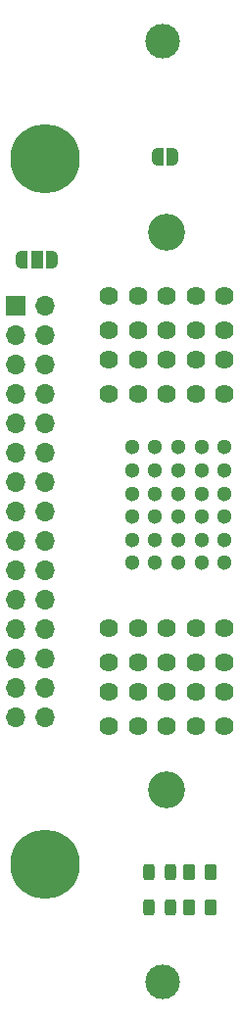
<source format=gbr>
%TF.GenerationSoftware,KiCad,Pcbnew,7.0.9-7.0.9~ubuntu23.04.1*%
%TF.CreationDate,2023-11-27T22:12:47+00:00*%
%TF.ProjectId,BATDATSOCKET01,42415444-4154-4534-9f43-4b455430312e,rev?*%
%TF.SameCoordinates,Original*%
%TF.FileFunction,Soldermask,Top*%
%TF.FilePolarity,Negative*%
%FSLAX46Y46*%
G04 Gerber Fmt 4.6, Leading zero omitted, Abs format (unit mm)*
G04 Created by KiCad (PCBNEW 7.0.9-7.0.9~ubuntu23.04.1) date 2023-11-27 22:12:47*
%MOMM*%
%LPD*%
G01*
G04 APERTURE LIST*
G04 Aperture macros list*
%AMRoundRect*
0 Rectangle with rounded corners*
0 $1 Rounding radius*
0 $2 $3 $4 $5 $6 $7 $8 $9 X,Y pos of 4 corners*
0 Add a 4 corners polygon primitive as box body*
4,1,4,$2,$3,$4,$5,$6,$7,$8,$9,$2,$3,0*
0 Add four circle primitives for the rounded corners*
1,1,$1+$1,$2,$3*
1,1,$1+$1,$4,$5*
1,1,$1+$1,$6,$7*
1,1,$1+$1,$8,$9*
0 Add four rect primitives between the rounded corners*
20,1,$1+$1,$2,$3,$4,$5,0*
20,1,$1+$1,$4,$5,$6,$7,0*
20,1,$1+$1,$6,$7,$8,$9,0*
20,1,$1+$1,$8,$9,$2,$3,0*%
%AMFreePoly0*
4,1,19,0.500000,-0.750000,0.000000,-0.750000,0.000000,-0.744911,-0.071157,-0.744911,-0.207708,-0.704816,-0.327430,-0.627875,-0.420627,-0.520320,-0.479746,-0.390866,-0.500000,-0.250000,-0.500000,0.250000,-0.479746,0.390866,-0.420627,0.520320,-0.327430,0.627875,-0.207708,0.704816,-0.071157,0.744911,0.000000,0.744911,0.000000,0.750000,0.500000,0.750000,0.500000,-0.750000,0.500000,-0.750000,
$1*%
%AMFreePoly1*
4,1,19,0.000000,0.744911,0.071157,0.744911,0.207708,0.704816,0.327430,0.627875,0.420627,0.520320,0.479746,0.390866,0.500000,0.250000,0.500000,-0.250000,0.479746,-0.390866,0.420627,-0.520320,0.327430,-0.627875,0.207708,-0.704816,0.071157,-0.744911,0.000000,-0.744911,0.000000,-0.750000,-0.500000,-0.750000,-0.500000,0.750000,0.000000,0.750000,0.000000,0.744911,0.000000,0.744911,
$1*%
%AMFreePoly2*
4,1,19,0.550000,-0.750000,0.000000,-0.750000,0.000000,-0.744911,-0.071157,-0.744911,-0.207708,-0.704816,-0.327430,-0.627875,-0.420627,-0.520320,-0.479746,-0.390866,-0.500000,-0.250000,-0.500000,0.250000,-0.479746,0.390866,-0.420627,0.520320,-0.327430,0.627875,-0.207708,0.704816,-0.071157,0.744911,0.000000,0.744911,0.000000,0.750000,0.550000,0.750000,0.550000,-0.750000,0.550000,-0.750000,
$1*%
%AMFreePoly3*
4,1,19,0.000000,0.744911,0.071157,0.744911,0.207708,0.704816,0.327430,0.627875,0.420627,0.520320,0.479746,0.390866,0.500000,0.250000,0.500000,-0.250000,0.479746,-0.390866,0.420627,-0.520320,0.327430,-0.627875,0.207708,-0.704816,0.071157,-0.744911,0.000000,-0.744911,0.000000,-0.750000,-0.550000,-0.750000,-0.550000,0.750000,0.000000,0.750000,0.000000,0.744911,0.000000,0.744911,
$1*%
G04 Aperture macros list end*
%ADD10FreePoly0,0.000000*%
%ADD11FreePoly1,0.000000*%
%ADD12C,3.000000*%
%ADD13C,3.200000*%
%ADD14C,1.300000*%
%ADD15C,1.620000*%
%ADD16RoundRect,0.250000X0.262500X0.450000X-0.262500X0.450000X-0.262500X-0.450000X0.262500X-0.450000X0*%
%ADD17C,6.000000*%
%ADD18FreePoly2,0.000000*%
%ADD19R,1.000000X1.500000*%
%ADD20FreePoly3,0.000000*%
%ADD21RoundRect,0.243750X-0.243750X-0.456250X0.243750X-0.456250X0.243750X0.456250X-0.243750X0.456250X0*%
%ADD22R,1.700000X1.700000*%
%ADD23O,1.700000X1.700000*%
G04 APERTURE END LIST*
D10*
%TO.C,JP2*%
X-10114000Y73555000D03*
D11*
X-8814000Y73555000D03*
%TD*%
D12*
%TO.C,H2*%
X-9660000Y83527500D03*
%TD*%
D13*
%TO.C,J1*%
X-9300000Y18845000D03*
X-9300000Y67055000D03*
D14*
X-4300000Y38485000D03*
X-4300000Y40485000D03*
X-4300000Y42485000D03*
X-4300000Y44485000D03*
X-4300000Y46485000D03*
X-4300000Y48485000D03*
X-6300000Y38485000D03*
X-6300000Y40485000D03*
X-6300000Y42485000D03*
X-6300000Y44485000D03*
X-6300000Y46485000D03*
X-6300000Y48485000D03*
X-8300000Y38485000D03*
X-8300000Y40485000D03*
X-8300000Y42485000D03*
X-8300000Y44485000D03*
X-8300000Y46485000D03*
X-8300000Y48485000D03*
X-10300000Y38485000D03*
X-10300000Y40485000D03*
X-10300000Y42485000D03*
X-10300000Y44485000D03*
X-10300000Y46485000D03*
X-10300000Y48485000D03*
X-12300000Y38485000D03*
X-12300000Y40485000D03*
X-12300000Y42485000D03*
X-12300000Y44485000D03*
X-12300000Y46485000D03*
X-12300000Y48485000D03*
D15*
X-14300000Y24345000D03*
X-11800000Y24345000D03*
X-9300000Y24345000D03*
X-6800000Y24345000D03*
X-4300000Y24345000D03*
X-14300000Y27345000D03*
X-11800000Y27345000D03*
X-9300000Y27345000D03*
X-6800000Y27345000D03*
X-4300000Y27345000D03*
X-14300000Y29845000D03*
X-11800000Y29845000D03*
X-9300000Y29845000D03*
X-6800000Y29845000D03*
X-4300000Y29845000D03*
X-14300000Y32845000D03*
X-11800000Y32845000D03*
X-9300000Y32845000D03*
X-6800000Y32845000D03*
X-4300000Y32845000D03*
X-14300000Y53055000D03*
X-11800000Y53055000D03*
X-9300000Y53055000D03*
X-6800000Y53055000D03*
X-4300000Y53055000D03*
X-14300000Y56055000D03*
X-11800000Y56055000D03*
X-9300000Y56055000D03*
X-6800000Y56055000D03*
X-4300000Y56055000D03*
X-14300000Y58555000D03*
X-11800000Y58555000D03*
X-9300000Y58555000D03*
X-6800000Y58555000D03*
X-4300000Y58555000D03*
X-14300000Y61555000D03*
X-11800000Y61555000D03*
X-9300000Y61555000D03*
X-6800000Y61555000D03*
X-4300000Y61555000D03*
%TD*%
D16*
%TO.C,R1*%
X-5514000Y11805000D03*
X-7339000Y11805000D03*
%TD*%
%TO.C,R2*%
X-5514000Y8755000D03*
X-7339000Y8755000D03*
%TD*%
D17*
%TO.C,H3*%
X-19820000Y73367500D03*
%TD*%
D12*
%TO.C,H1*%
X-9660000Y2247500D03*
%TD*%
D18*
%TO.C,JP1*%
X-21800000Y64650000D03*
D19*
X-20500000Y64650000D03*
D20*
X-19200000Y64650000D03*
%TD*%
D17*
%TO.C,H4*%
X-19820000Y12407500D03*
%TD*%
D21*
%TO.C,D1*%
X-10851500Y11760000D03*
X-8976500Y11760000D03*
%TD*%
%TO.C,D2*%
X-10851500Y8720000D03*
X-8976500Y8720000D03*
%TD*%
D22*
%TO.C,J2*%
X-22360000Y60725000D03*
D23*
X-19820000Y60725000D03*
X-22360000Y58185000D03*
X-19820000Y58185000D03*
X-22360000Y55645000D03*
X-19820000Y55645000D03*
X-22360000Y53105000D03*
X-19820000Y53105000D03*
X-22360000Y50565000D03*
X-19820000Y50565000D03*
X-22360000Y48025000D03*
X-19820000Y48025000D03*
X-22360000Y45485000D03*
X-19820000Y45485000D03*
X-22360000Y42945000D03*
X-19820000Y42945000D03*
X-22360000Y40405000D03*
X-19820000Y40405000D03*
X-22360000Y37865000D03*
X-19820000Y37865000D03*
X-22360000Y35325000D03*
X-19820000Y35325000D03*
X-22360000Y32785000D03*
X-19820000Y32785000D03*
X-22360000Y30245000D03*
X-19820000Y30245000D03*
X-22360000Y27705000D03*
X-19820000Y27705000D03*
X-22360000Y25165000D03*
X-19820000Y25165000D03*
%TD*%
M02*

</source>
